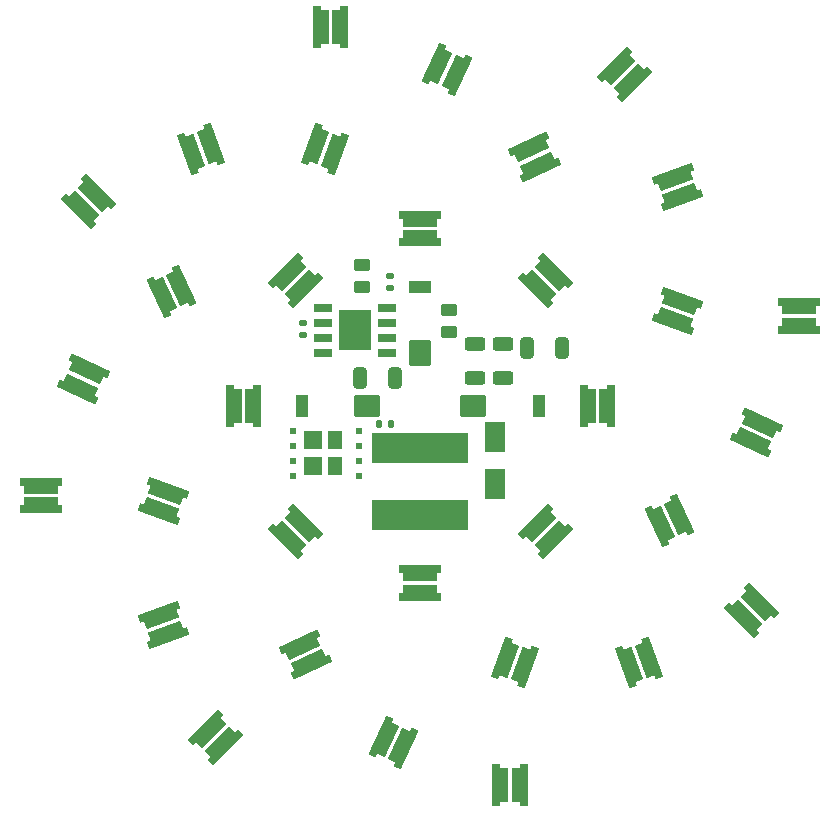
<source format=gbr>
%TF.GenerationSoftware,KiCad,Pcbnew,(6.0.8)*%
%TF.CreationDate,2022-10-21T01:17:33+13:00*%
%TF.ProjectId,Seedling,53656564-6c69-46e6-972e-6b696361645f,rev?*%
%TF.SameCoordinates,Original*%
%TF.FileFunction,Paste,Top*%
%TF.FilePolarity,Positive*%
%FSLAX46Y46*%
G04 Gerber Fmt 4.6, Leading zero omitted, Abs format (unit mm)*
G04 Created by KiCad (PCBNEW (6.0.8)) date 2022-10-21 01:17:33*
%MOMM*%
%LPD*%
G01*
G04 APERTURE LIST*
G04 Aperture macros list*
%AMRoundRect*
0 Rectangle with rounded corners*
0 $1 Rounding radius*
0 $2 $3 $4 $5 $6 $7 $8 $9 X,Y pos of 4 corners*
0 Add a 4 corners polygon primitive as box body*
4,1,4,$2,$3,$4,$5,$6,$7,$8,$9,$2,$3,0*
0 Add four circle primitives for the rounded corners*
1,1,$1+$1,$2,$3*
1,1,$1+$1,$4,$5*
1,1,$1+$1,$6,$7*
1,1,$1+$1,$8,$9*
0 Add four rect primitives between the rounded corners*
20,1,$1+$1,$2,$3,$4,$5,0*
20,1,$1+$1,$4,$5,$6,$7,0*
20,1,$1+$1,$6,$7,$8,$9,0*
20,1,$1+$1,$8,$9,$2,$3,0*%
%AMFreePoly0*
4,1,21,1.792426,0.604926,1.810000,0.562500,1.810000,0.012500,1.792426,-0.029926,1.750000,-0.047500,1.460000,-0.047500,1.460000,-0.687500,1.442426,-0.729926,1.400000,-0.747499,-1.400000,-0.747500,-1.442426,-0.729926,-1.460000,-0.687500,-1.460000,-0.047500,-1.750000,-0.047500,-1.792426,-0.029926,-1.810000,0.012500,-1.810000,0.562501,-1.792426,0.604926,-1.750000,0.622500,1.750000,0.622500,
1.792426,0.604926,1.792426,0.604926,$1*%
G04 Aperture macros list end*
%ADD10RoundRect,0.250000X0.450000X-0.262500X0.450000X0.262500X-0.450000X0.262500X-0.450000X-0.262500X0*%
%ADD11RoundRect,0.250000X0.325000X0.650000X-0.325000X0.650000X-0.325000X-0.650000X0.325000X-0.650000X0*%
%ADD12FreePoly0,70.000000*%
%ADD13FreePoly0,250.000000*%
%ADD14FreePoly0,225.000000*%
%ADD15FreePoly0,45.000000*%
%ADD16FreePoly0,155.000000*%
%ADD17FreePoly0,335.000000*%
%ADD18FreePoly0,270.000000*%
%ADD19FreePoly0,90.000000*%
%ADD20RoundRect,0.055000X-0.495000X-0.845000X0.495000X-0.845000X0.495000X0.845000X-0.495000X0.845000X0*%
%ADD21RoundRect,0.090000X-1.010000X-0.810000X1.010000X-0.810000X1.010000X0.810000X-1.010000X0.810000X0*%
%ADD22FreePoly0,245.000000*%
%ADD23FreePoly0,65.000000*%
%ADD24R,8.200000X2.600000*%
%ADD25FreePoly0,110.000000*%
%ADD26FreePoly0,290.000000*%
%ADD27FreePoly0,205.000000*%
%ADD28FreePoly0,25.000000*%
%ADD29RoundRect,0.250000X0.625000X-0.312500X0.625000X0.312500X-0.625000X0.312500X-0.625000X-0.312500X0*%
%ADD30FreePoly0,295.000000*%
%ADD31FreePoly0,115.000000*%
%ADD32RoundRect,0.140000X-0.170000X0.140000X-0.170000X-0.140000X0.170000X-0.140000X0.170000X0.140000X0*%
%ADD33RoundRect,0.090000X1.010000X0.810000X-1.010000X0.810000X-1.010000X-0.810000X1.010000X-0.810000X0*%
%ADD34RoundRect,0.055000X0.495000X0.845000X-0.495000X0.845000X-0.495000X-0.845000X0.495000X-0.845000X0*%
%ADD35RoundRect,0.135000X-0.135000X-0.185000X0.135000X-0.185000X0.135000X0.185000X-0.135000X0.185000X0*%
%ADD36FreePoly0,180.000000*%
%ADD37FreePoly0,0.000000*%
%ADD38FreePoly0,340.000000*%
%ADD39FreePoly0,160.000000*%
%ADD40RoundRect,0.090000X-0.810000X1.010000X-0.810000X-1.010000X0.810000X-1.010000X0.810000X1.010000X0*%
%ADD41RoundRect,0.055000X-0.845000X0.495000X-0.845000X-0.495000X0.845000X-0.495000X0.845000X0.495000X0*%
%ADD42FreePoly0,315.000000*%
%ADD43FreePoly0,135.000000*%
%ADD44FreePoly0,200.000000*%
%ADD45FreePoly0,20.000000*%
%ADD46R,1.525000X0.650000*%
%ADD47R,2.710000X3.402000*%
%ADD48RoundRect,0.135000X-0.185000X0.135000X-0.185000X-0.135000X0.185000X-0.135000X0.185000X0.135000X0*%
%ADD49RoundRect,0.250000X-0.450000X0.262500X-0.450000X-0.262500X0.450000X-0.262500X0.450000X0.262500X0*%
%ADD50R,1.800000X2.500000*%
%ADD51R,1.235000X1.570000*%
%ADD52R,1.585000X1.570000*%
%ADD53R,0.490000X0.490000*%
G04 APERTURE END LIST*
D10*
%TO.C,R3*%
X2400000Y6287500D03*
X2400000Y8112500D03*
%TD*%
D11*
%TO.C,C1*%
X-2125000Y2400000D03*
X-5075000Y2400000D03*
%TD*%
D12*
%TO.C,D3*%
X7197743Y-21441451D03*
D13*
X8889189Y-22057087D03*
%TD*%
D14*
%TO.C,D22*%
X-9970205Y9970205D03*
D15*
X-11242997Y11242997D03*
%TD*%
D16*
%TO.C,D8*%
X28110911Y-3082522D03*
D17*
X28871623Y-1451168D03*
%TD*%
D18*
%TO.C,D17*%
X-6699927Y32082478D03*
D19*
X-8499927Y32082478D03*
%TD*%
D20*
%TO.C,J2*%
X-10050000Y0D03*
D21*
X-4500000Y0D03*
%TD*%
D22*
%TO.C,D16*%
X3082522Y28110911D03*
D23*
X1451168Y28871623D03*
%TD*%
D14*
%TO.C,D13*%
X17948174Y27423302D03*
D15*
X16675382Y28696094D03*
%TD*%
D24*
%TO.C,L1*%
X0Y-9200000D03*
X0Y-3600000D03*
%TD*%
D25*
%TO.C,D4*%
X17697743Y-22057087D03*
D26*
X19389189Y-21441451D03*
%TD*%
D13*
%TO.C,D19*%
X-7197743Y21441451D03*
D12*
X-8889189Y22057087D03*
%TD*%
D27*
%TO.C,D15*%
X10071822Y20250969D03*
D28*
X9311110Y21882323D03*
%TD*%
D29*
%TO.C,R2*%
X4600000Y2337500D03*
X4600000Y5262500D03*
%TD*%
D18*
%TO.C,D26*%
X-14100000Y0D03*
D19*
X-15900000Y0D03*
%TD*%
%TO.C,D33*%
X6699927Y-32082478D03*
D18*
X8499927Y-32082478D03*
%TD*%
D30*
%TO.C,D23*%
X-20250969Y10071822D03*
D31*
X-21882323Y9311110D03*
%TD*%
D32*
%TO.C,C2*%
X-9900000Y6980000D03*
X-9900000Y6020000D03*
%TD*%
D33*
%TO.C,J1*%
X4500000Y0D03*
D34*
X10050000Y0D03*
%TD*%
D26*
%TO.C,D20*%
X-17697743Y22057087D03*
D25*
X-19389189Y21441451D03*
%TD*%
D35*
%TO.C,R6*%
X-3510000Y-1500000D03*
X-2490000Y-1500000D03*
%TD*%
D36*
%TO.C,D9*%
X32082478Y6699927D03*
D37*
X32082478Y8499927D03*
%TD*%
D38*
%TO.C,D27*%
X-21441451Y-7197743D03*
D39*
X-22057087Y-8889189D03*
%TD*%
D40*
%TO.C,J3*%
X0Y4500000D03*
D41*
X0Y10050000D03*
%TD*%
D42*
%TO.C,D21*%
X-27423302Y17948174D03*
D43*
X-28696094Y16675382D03*
%TD*%
D31*
%TO.C,D7*%
X20250969Y-10071822D03*
D30*
X21882323Y-9311110D03*
%TD*%
D44*
%TO.C,D12*%
X22057087Y17697743D03*
D45*
X21441451Y19389189D03*
%TD*%
%TO.C,D28*%
X-22057087Y-17697743D03*
D44*
X-21441451Y-19389189D03*
%TD*%
D46*
%TO.C,U1*%
X-8212000Y8305000D03*
X-8212000Y7035000D03*
X-8212000Y5765000D03*
X-8212000Y4495000D03*
X-2788000Y4495000D03*
X-2788000Y5765000D03*
X-2788000Y7035000D03*
X-2788000Y8305000D03*
D47*
X-5500000Y6400000D03*
%TD*%
D28*
%TO.C,D31*%
X-10071822Y-20250969D03*
D27*
X-9311110Y-21882323D03*
%TD*%
D37*
%TO.C,D25*%
X-32082478Y-6699927D03*
D36*
X-32082478Y-8499927D03*
%TD*%
D19*
%TO.C,D10*%
X14100000Y0D03*
D18*
X15900000Y0D03*
%TD*%
D42*
%TO.C,D30*%
X-9970205Y-9970205D03*
D43*
X-11242997Y-11242997D03*
%TD*%
D36*
%TO.C,D18*%
X0Y14100000D03*
D37*
X0Y15900000D03*
%TD*%
D23*
%TO.C,D32*%
X-3082522Y-28110911D03*
D22*
X-1451168Y-28871623D03*
%TD*%
D15*
%TO.C,D29*%
X-17948174Y-27423302D03*
D14*
X-16675382Y-28696094D03*
%TD*%
D43*
%TO.C,D5*%
X27423302Y-17948174D03*
D42*
X28696094Y-16675382D03*
%TD*%
D17*
%TO.C,D24*%
X-28110911Y3082522D03*
D16*
X-28871623Y1451168D03*
%TD*%
D39*
%TO.C,D11*%
X21441451Y7197743D03*
D38*
X22057087Y8889189D03*
%TD*%
D48*
%TO.C,R1*%
X-2600000Y11010000D03*
X-2600000Y9990000D03*
%TD*%
D49*
%TO.C,R5*%
X-4900000Y11912500D03*
X-4900000Y10087500D03*
%TD*%
D11*
%TO.C,C3*%
X11975000Y4900000D03*
X9025000Y4900000D03*
%TD*%
D29*
%TO.C,R4*%
X7000000Y2337501D03*
X7000000Y5262501D03*
%TD*%
D50*
%TO.C,D1*%
X6300000Y-2600000D03*
X6300000Y-6600000D03*
%TD*%
D43*
%TO.C,D14*%
X9970205Y9970205D03*
D42*
X11242997Y11242997D03*
%TD*%
D51*
%TO.C,Q1*%
X-7202500Y-5095000D03*
X-7202500Y-2905000D03*
D52*
X-9112500Y-5095000D03*
X-9112500Y-2905000D03*
D53*
X-5200000Y-4635000D03*
X-5200000Y-3365000D03*
X-5200000Y-5905000D03*
X-5200000Y-2095000D03*
X-10800000Y-3365000D03*
X-10800000Y-5905000D03*
X-10800000Y-2095000D03*
X-10800000Y-4635000D03*
%TD*%
D15*
%TO.C,D6*%
X9970205Y-9970205D03*
D14*
X11242997Y-11242997D03*
%TD*%
D37*
%TO.C,D2*%
X0Y-14100000D03*
D36*
X0Y-15900000D03*
%TD*%
M02*

</source>
